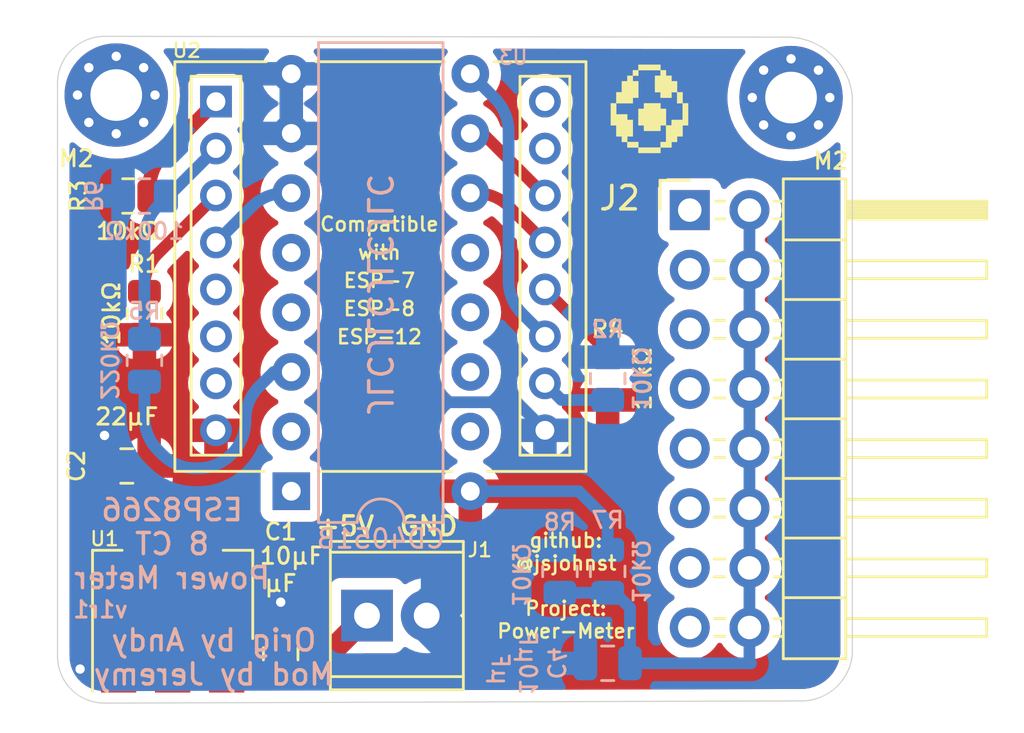
<source format=kicad_pcb>
(kicad_pcb (version 20211014) (generator pcbnew)
  (layers (0 "F.Cu" power) (1 "In1.Cu" signal) (2 "In2.Cu" signal) (31 "B.Cu" power) (34 "B.Paste" user) (35 "F.Paste" user) (36 "B.SilkS" user "B.Silkscreen") (37 "F.SilkS" user "F.Silkscreen") (38 "B.Mask" user) (39 "F.Mask" user) (44 "Edge.Cuts" user))
  (net 0 "")
  (net 1 "GND")
  (net 2 "/+5V")
  (net 3 "+3V3")
  (net 4 "/ADCRAW")
  (net 5 "A0")
  (net 6 "PM1")
  (net 7 "PM2")
  (net 8 "PM3")
  (net 9 "Net-(R1-Pad2)")
  (net 10 "Net-(R2-Pad1)")
  (net 11 "Net-(R3-Pad2)")
  (net 12 "Net-(R4-Pad2)")
  (net 16 "GPIO4")
  (net 17 "GPIO5")
  (net 18 "PM4")
  (net 19 "PM5")
  (net 20 "PM6")
  (net 21 "GPIO16")
  (net 24 "GPIO2")
  (net 25 "PM7")
  (net 26 "PM8")
  (net 27 "Net-(C4-Pad2)")
  (footprint "Capacitor_SMD:C_0805_2012Metric" (layer "F.Cu") (at 139.25 86.3 180)
    (fp_text reference "C2" (at 2.15 0 270) (layer "F.SilkS") (effects (font (size 0.7 0.7) (thickness 0.12))))
    (fp_text value "22µF" (at 0 2.1 180) (layer "F.SilkS") (effects (font (size 0.7 0.7) (thickness 0.12))))
    (fp_line (start -0.261252 -0.735) (end 0.261252 -0.735) (layer "F.SilkS") (width 0.12))
    (fp_line (start -0.261252 0.735) (end 0.261252 0.735) (layer "F.SilkS") (width 0.12))
    (pad "1" smd roundrect (at -0.95 0 180) (size 1 1.45) (layers "F.Cu" "F.Paste" "F.Mask") (net 3 "+3V3"))
    (pad "2" smd roundrect (at 0.95 0 180) (size 1 1.45) (layers "F.Cu" "F.Paste" "F.Mask") (net 1 "GND"))
  )
  (footprint "Resistor_SMD:R_0805_2012Metric" (layer "F.Cu") (at 139.3 74.8)
    (fp_text reference "R3" (at -2.1 0 90) (layer "F.SilkS") (effects (font (size 0.7 0.7) (thickness 0.12))))
    (fp_text value "10kΩ" (at 0 1.5) (layer "F.SilkS") (effects (font (size 0.7 0.7) (thickness 0.12))))
    (fp_line (start -0.227064 -0.735) (end 0.227064 -0.735) (layer "F.SilkS") (width 0.12))
    (fp_line (start -0.227064 0.735) (end 0.227064 0.735) (layer "F.SilkS") (width 0.12))
    (pad "1" smd roundrect (at -0.9125 0) (size 1.025 1.4) (layers "F.Cu" "F.Paste" "F.Mask") (roundrect_rratio 0.243902439) (net 3 "+3V3"))
    (pad "2" smd roundrect (at 0.9125 0) (size 1.025 1.4) (layers "F.Cu" "F.Paste" "F.Mask") (roundrect_rratio 0.243902439) (net 11 "Net-(R3-Pad2)"))
  )
  (footprint "Resistor_SMD:R_0805_2012Metric" (layer "F.Cu") (at 159.718 82.575 90)
    (fp_text reference "R4" (at 2.1 0 180) (layer "F.SilkS") (effects (font (size 0.7 0.7) (thickness 0.12))))
    (fp_text value "10kΩ" (at 0 1.5 90) (layer "F.SilkS") (effects (font (size 0.7 0.7) (thickness 0.12))))
    (fp_line (start -0.227064 -0.735) (end 0.227064 -0.735) (layer "F.SilkS") (width 0.12))
    (fp_line (start -0.227064 0.735) (end 0.227064 0.735) (layer "F.SilkS") (width 0.12))
    (pad "1" smd roundrect (at -0.9125 0 90) (size 1.025 1.4) (layers "F.Cu" "F.Paste" "F.Mask") (roundrect_rratio 0.243902439) (net 3 "+3V3"))
    (pad "2" smd roundrect (at 0.9125 0 90) (size 1.025 1.4) (layers "F.Cu" "F.Paste" "F.Mask") (roundrect_rratio 0.243902439) (net 12 "Net-(R4-Pad2)"))
  )
  (footprint "Resistor_SMD:R_0805_2012Metric" (layer "F.Cu") (at 140 79.8 90)
    (fp_text reference "R1" (at 2.1 0 180) (layer "F.SilkS") (effects (font (size 0.7 0.7) (thickness 0.12))))
    (fp_text value "10kΩ" (at 0 -1.4 90) (layer "F.SilkS") (effects (font (size 0.7 0.7) (thickness 0.12))))
    (fp_line (start -0.227064 0.735) (end 0.227064 0.735) (layer "F.SilkS") (width 0.12))
    (fp_line (start -0.227064 -0.735) (end 0.227064 -0.735) (layer "F.SilkS") (width 0.12))
    (pad "1" smd roundrect (at -0.9125 0 90) (size 1.025 1.4) (layers "F.Cu" "F.Paste" "F.Mask") (roundrect_rratio 0.243902439) (net 3 "+3V3"))
    (pad "2" smd roundrect (at 0.9125 0 90) (size 1.025 1.4) (layers "F.Cu" "F.Paste" "F.Mask") (roundrect_rratio 0.243902439) (net 9 "Net-(R1-Pad2)"))
  )
  (footprint "Package_TO_SOT_SMD:SOT-223-3_TabPin2" (layer "F.Cu") (at 141.2 91.8 90)
    (fp_text reference "U1" (at 2.4 -2.9 180) (layer "F.SilkS") (effects (font (size 0.6 0.6) (thickness 0.1))))
    (fp_text value "AMS1117-3.3")
    (fp_line (start -1.85 3.41) (end 1.91 3.41) (layer "F.SilkS") (width 0.12))
    (fp_line (start 1.91 3.41) (end 1.91 2.15) (layer "F.SilkS") (width 0.12))
    (fp_line (start 1.91 -3.41) (end 1.91 -2.15) (layer "F.SilkS") (width 0.12))
    (fp_line (start -4.1 -3.41) (end 1.91 -3.41) (layer "F.SilkS") (width 0.12))
    (pad "1" smd rect locked (at -3.15 -2.3 90) (size 2 1.5) (layers "F.Cu" "F.Paste" "F.Mask") (net 1 "GND"))
    (pad "2" smd rect locked (at 3.15 0 90) (size 2 3.8) (layers "F.Cu" "F.Paste" "F.Mask") (net 3 "+3V3") (thermal_gap 0.4))
    (pad "2" smd rect locked (at -3.15 0 90) (size 2 1.5) (layers "F.Cu" "F.Paste" "F.Mask") (net 3 "+3V3") (thermal_gap 0.4))
    (pad "3" smd rect locked (at -3.15 2.3 90) (size 2 1.5) (layers "F.Cu" "F.Paste" "F.Mask") (net 2 "/+5V") (thermal_gap 0.5))
  )
  (footprint "Andys-Footprints:TerminalBlock_Phoenix_MPT-0,5-2-2.54_1x02_P2.54mm_Horizontal-removed-extra-holes" (layer "F.Cu") (at 149.474 92.672)
    (fp_text reference "J1" (at 4.8 -2.8) (layer "F.SilkS") (effects (font (size 0.6 0.6) (thickness 0.1))))
    (fp_text value "Screw_Terminal_01x02")
    (fp_line (start -1.56 -2.7) (end 4.1 -2.7) (layer "F.SilkS") (width 0.12))
    (fp_line (start -1.56 2.6) (end 4.1 2.6) (layer "F.SilkS") (width 0.12))
    (fp_line (start -1.56 -3.16) (end 4.1 -3.16) (layer "F.SilkS") (width 0.12))
    (fp_line (start -1.56 -3.16) (end -1.56 3.16) (layer "F.SilkS") (width 0.12))
    (fp_line (start 4.1 -3.16) (end 4.1 3.16) (layer "F.SilkS") (width 0.12))
    (fp_line (start -1.56 3.16) (end 4.1 3.16) (layer "F.SilkS") (width 0.12))
    (pad "1" thru_hole rect locked (at 0 0) (size 2.2 2.2) (drill 1.1) (layers *.Cu *.Mask) (net 2 "/+5V") (thermal_gap 0.5))
    (pad "2" thru_hole circle locked (at 2.54 0) (size 2.2 2.2) (drill 1.1) (layers *.Cu *.Mask) (net 1 "GND") (thermal_gap 0.5))
  )
  (footprint "Capacitor_SMD:C_0805_2012Metric" (layer "F.Cu") (at 145.8 94.3 90)
    (fp_text reference "C1" (at 5.2 0 180) (layer "F.SilkS") (effects (font (size 0.7 0.7) (thickness 0.12))))
    (fp_text value "10µF" (at 4.168 0.456 180) (layer "F.SilkS") (effects (font (size 0.7 0.7) (thickness 0.12))))
    (fp_text user "µF" (at 3 0 unlocked) (layer "F.SilkS") (effects (font (size 0.7 0.7) (thickness 0.12))))
    (fp_line (start -0.261252 -0.735) (end 0.261252 -0.735) (layer "F.SilkS") (width 0.12))
    (fp_line (start -0.261252 0.735) (end 0.261252 0.735) (layer "F.SilkS") (width 0.12))
    (pad "1" smd roundrect (at -0.95 0 90) (size 1 1.45) (layers "F.Cu" "F.Paste" "F.Mask") (net 2 "/+5V"))
    (pad "2" smd roundrect (at 0.95 0 90) (size 1 1.45) (layers "F.Cu" "F.Paste" "F.Mask") (net 1 "GND"))
  )
  (footprint "Andys-Footprints:ESP-12-Socket-Cutout" (layer "F.Cu") (at 141.295 86.53)
    (fp_text reference "U2" (at 0.505 -17.93) (layer "F.SilkS") (effects (font (size 0.6 0.6) (thickness 0.1))))
    (fp_text value "ESP-07")
    (fp_line (start 11.5 -17.45) (end 6 -17.45) (layer "F.SilkS") (width 0.12))
    (fp_line (start 14.69 -16.8295) (end 14.69 -0.69) (layer "F.SilkS") (width 0.12))
    (fp_line (start 2.81 -16.8295) (end 2.81 -0.69) (layer "F.SilkS") (width 0.12))
    (fp_line (start 3.9 -17.45) (end 0 -17.45) (layer "F.SilkS") (width 0.12))
    (fp_line (start 14.69 -0.69) (end 16.81 -0.69) (layer "F.SilkS") (width 0.12))
    (fp_line (start 14.69 -16.8295) (end 16.81 -16.8295) (layer "F.SilkS") (width 0.12))
    (fp_line (start 17.5 0) (end 17.5 -17.45) (layer "F.SilkS") (width 0.12))
    (fp_line (start 0.69 -0.69) (end 2.81 -0.69) (layer "F.SilkS") (width 0.12))
    (fp_line (start 17.5 0) (end 13.3 0) (layer "F.SilkS") (width 0.12))
    (fp_line (start 17.5 -17.45) (end 13.6 -17.45) (layer "F.SilkS") (width 0.12))
    (fp_line (start 3.8 0) (end 0 0) (layer "F.SilkS") (width 0.12))
    (fp_line (start 0 0) (end 0 -17.45) (layer "F.SilkS") (width 0.12))
    (fp_line (start 11.8 0) (end 6.1 0) (layer "F.SilkS") (width 0.12))
    (fp_line (start 16.81 -16.8295) (end 16.81 -0.69) (layer "F.SilkS") (width 0.12))
    (fp_line (start 0.69 -16.8295) (end 2.81 -16.8295) (layer "F.SilkS") (width 0.12))
    (fp_line (start 0.69 -16.8295) (end 0.69 -0.69) (layer "F.SilkS") (width 0.12))
    (pad "1" thru_hole rect (at 1.75 -15.75) (size 1.35 1.35) (drill 0.8) (layers *.Cu *.Mask) (net 11 "Net-(R3-Pad2)"))
    (pad "2" thru_hole oval (at 1.75 -13.75) (size 1.35 1.35) (drill 0.8) (layers *.Cu *.Mask) (net 5 "A0"))
    (pad "3" thru_hole oval (at 1.75 -11.75) (size 1.35 1.35) (drill 0.8) (layers *.Cu *.Mask) (net 9 "Net-(R1-Pad2)"))
    (pad "4" thru_hole oval (at 1.75 -9.75) (size 1.35 1.35) (drill 0.8) (layers *.Cu *.Mask) (net 21 "GPIO16"))
    (pad "5" thru_hole oval (at 1.75 -7.75) (size 1.35 1.35) (drill 0.8) (layers *.Cu *.Mask))
    (pad "6" thru_hole oval (at 1.75 -5.75) (size 1.35 1.35) (drill 0.8) (layers *.Cu *.Mask))
    (pad "7" thru_hole oval (at 1.75 -3.75) (size 1.35 1.35) (drill 0.8) (layers *.Cu *.Mask))
    (pad "8" thru_hole oval (at 1.75 -1.75) (size 1.35 1.35) (drill 0.8) (layers *.Cu *.Mask) (net 3 "+3V3"))
    (pad "15" thru_hole oval (at 15.75 -1.75) (size 1.35 1.35) (drill 0.8) (layers *.Cu *.Mask) (net 1 "GND"))
    (pad "16" thru_hole oval (at 15.75 -3.75) (size 1.35 1.35) (drill 0.8) (layers *.Cu *.Mask) (net 10 "Net-(R2-Pad1)"))
    (pad "17" thru_hole oval (at 15.75 -5.75) (size 1.35 1.35) (drill 0.8) (layers *.Cu *.Mask) (net 24 "GPIO2"))
    (pad "18" thru_hole oval (at 15.75 -7.75) (size 1.35 1.35) (drill 0.8) (layers *.Cu *.Mask) (net 12 "Net-(R4-Pad2)"))
    (pad "19" thru_hole oval (at 15.75 -9.75) (size 1.35 1.35) (drill 0.8) (layers *.Cu *.Mask) (net 16 "GPIO4"))
    (pad "20" thru_hole oval (at 15.75 -11.75) (size 1.35 1.35) (drill 0.8) (layers *.Cu *.Mask) (net 17 "GPIO5"))
    (pad "21" thru_hole oval (at 15.75 -13.75) (size 1.35 1.35) (drill 0.8) (layers *.Cu *.Mask))
    (pad "22" thru_hole circle (at 15.75 -15.75) (size 1.35 1.35) (drill 0.8) (layers *.Cu *.Mask))
  )
  (footprint "Andys-Footprints:Yoshi-Egg-Small" (layer "F.Cu") (at 161.496 71.082)
    (fp_text reference "G***" hide)
    (fp_text value "LOGO" hide)
    (fp_poly (pts (xy -0.4699 -1.40335) (xy -0.70485 -1.40335) (xy -0.70485 -1.6383) (xy -0.4699 -1.6383) (xy -0.4699 -1.40335)) (layer "F.SilkS") (width 0.01) (fill solid))
    (fp_poly (pts (xy -0.70485 -1.1684) (xy -0.4699 -1.1684) (xy -0.4699 -0.46355) (xy -0.70485 -0.46355) (xy -0.70485 -0.2286) (xy -1.4097 -0.2286) (xy -1.4097 -0.6985) (xy -1.17475 -0.6985) (xy -1.17475 -1.1684) (xy -0.9398 -1.1684) (xy -0.9398 -1.40335) (xy -0.70485 -1.40335) (xy -0.70485 -1.1684)) (layer "F.SilkS") (width 0.01) (fill solid))
    (fp_poly (pts (xy -0.4699 1.651) (xy -0.9398 1.651) (xy -0.9398 1.41605) (xy -0.4699 1.41605) (xy -0.4699 1.651)) (layer "F.SilkS") (width 0.01) (fill solid))
    (fp_poly (pts (xy 0.4699 1.88595) (xy -0.4699 1.88595) (xy -0.4699 1.651) (xy 0.4699 1.651) (xy 0.4699 1.88595)) (layer "F.SilkS") (width 0.01) (fill solid))
    (fp_poly (pts (xy 0.4699 0.00635) (xy 0.70485 0.00635) (xy 0.70485 0.7112) (xy 0.4699 0.7112) (xy 0.4699 0.94615) (xy -0.23495 0.94615) (xy -0.23495 0.7112) (xy -0.4699 0.7112) (xy -0.4699 0.00635) (xy -0.23495 0.00635) (xy -0.23495 -0.2286) (xy 0.4699 -0.2286) (xy 0.4699 0.00635)) (layer "F.SilkS") (width 0.01) (fill solid))
    (fp_poly (pts (xy -1.4097 0.2413) (xy -0.9398 0.2413) (xy -0.9398 0.47625) (xy -0.70485 0.47625) (xy -0.70485 1.1811) (xy -0.9398 1.1811) (xy -0.9398 1.41605) (xy -1.17475 1.41605) (xy -1.17475 1.1811) (xy -1.4097 1.1811) (xy -1.4097 0.7112) (xy -1.64465 0.7112) (xy -1.64465 -0.2286) (xy -1.4097 -0.2286) (xy -1.4097 0.2413)) (layer "F.SilkS") (width 0.01) (fill solid))
    (fp_poly (pts (xy 1.64465 0.7112) (xy 1.4097 0.7112) (xy 1.4097 1.1811) (xy 1.17475 1.1811) (xy 1.17475 1.41605) (xy 0.9398 1.41605) (xy 0.9398 1.651) (xy 0.4699 1.651) (xy 0.4699 1.41605) (xy 0.70485 1.41605) (xy 0.70485 0.7112) (xy 0.9398 0.7112) (xy 0.9398 0.47625) (xy 1.4097 0.47625) (xy 1.4097 -0.2286) (xy 1.64465 -0.2286) (xy 1.64465 0.7112)) (layer "F.SilkS") (width 0.01) (fill solid))
    (fp_poly (pts (xy 1.4097 -0.2286) (xy 1.17475 -0.2286) (xy 1.17475 -0.6985) (xy 1.4097 -0.6985) (xy 1.4097 -0.2286)) (layer "F.SilkS") (width 0.01) (fill solid))
    (fp_poly (pts (xy 0.4699 -1.6383) (xy -0.4699 -1.6383) (xy -0.4699 -1.87325) (xy 0.4699 -1.87325) (xy 0.4699 -1.6383)) (layer "F.SilkS") (width 0.01) (fill solid))
    (fp_poly (pts (xy 0.70485 -1.40335) (xy 0.9398 -1.40335) (xy 0.9398 -1.1684) (xy 1.17475 -1.1684) (xy 1.17475 -0.6985) (xy 0.9398 -0.6985) (xy 0.9398 -0.46355) (xy 0.4699 -0.46355) (xy 0.4699 -0.6985) (xy 0.23495 -0.6985) (xy 0.23495 -1.40335) (xy 0.4699 -1.40335) (xy 0.4699 -1.6383) (xy 0.70485 -1.6383) (xy 0.70485 -1.40335)) (layer "F.SilkS") (width 0.01) (fill solid))
  )
  (footprint "MountingHole:MountingHole_2.2mm_M2_Pad_Via" (layer "F.Cu") (at 167.5222 70.607)
    (fp_text reference "H2")
    (fp_text value "M2" (at 1.7 2.7) (layer "F.SilkS") (effects (font (size 0.7 0.7) (thickness 0.12))))
    (pad "1" thru_hole circle (at 1.166726 1.166726) (size 0.7 0.7) (drill 0.4) (layers *.Cu *.Mask))
    (pad "1" thru_hole circle (at 1.65 0) (size 0.7 0.7) (drill 0.4) (layers *.Cu *.Mask))
    (pad "1" thru_hole circle (at 1.166726 -1.166726) (size 0.7 0.7) (drill 0.4) (layers *.Cu *.Mask))
    (pad "1" thru_hole circle (at 0 1.65) (size 0.7 0.7) (drill 0.4) (layers *.Cu *.Mask))
    (pad "1" thru_hole circle (at -1.166726 1.166726) (size 0.7 0.7) (drill 0.4) (layers *.Cu *.Mask))
    (pad "1" thru_hole circle (at 0 -1.65) (size 0.7 0.7) (drill 0.4) (layers *.Cu *.Mask))
    (pad "1" thru_hole circle (at -1.65 0) (size 0.7 0.7) (drill 0.4) (layers *.Cu *.Mask))
    (pad "1" thru_hole circle (at 0 0) (size 4.4 4.4) (drill 2.2) (layers *.Cu *.Mask))
    (pad "1" thru_hole circle (at -1.166726 -1.166726) (size 0.7 0.7) (drill 0.4) (layers *.Cu *.Mask))
  )
  (footprint "Connector_PinHeader_2.54mm:PinHeader_2x08_P2.54mm_Horizontal" (layer "F.Cu") (at 163.212 75.4)
    (fp_text reference "J2" (at -2.986 -0.508) (layer "F.SilkS"))
    (fp_text value "Conn_02x08_Odd_Even")
    (fp_line (start 3.98 -1.33) (end 3.98 19.11) (layer "F.SilkS") (width 0.12))
    (fp_line (start 1.042929 14.86) (end 1.497071 14.86) (layer "F.SilkS") (width 0.12))
    (fp_line (start 6.64 -1.33) (end 3.98 -1.33) (layer "F.SilkS") (width 0.12))
    (fp_line (start 6.64 2.16) (end 12.64 2.16) (layer "F.SilkS") (width 0.12))
    (fp_line (start 3.98 13.97) (end 6.64 13.97) (layer "F.SilkS") (width 0.12))
    (fp_line (start 6.64 17.4) (end 12.64 17.4) (layer "F.SilkS") (width 0.12))
    (fp_line (start 12.64 10.54) (end 6.64 10.54) (layer "F.SilkS") (width 0.12))
    (fp_line (start 1.042929 7.24) (end 1.497071 7.24) (layer "F.SilkS") (width 0.12))
    (fp_line (start 6.64 14.86) (end 12.64 14.86) (layer "F.SilkS") (width 0.12))
    (fp_line (start 3.98 6.35) (end 6.64 6.35) (layer "F.SilkS") (width 0.12))
    (fp_line (start 3.582929 15.62) (end 3.98 15.62) (layer "F.SilkS") (width 0.12))
    (fp_line (start 3.98 11.43) (end 6.64 11.43) (layer "F.SilkS") (width 0.12))
    (fp_line (start 1.042929 2.92) (end 1.497071 2.92) (layer "F.SilkS") (width 0.12))
    (fp_line (start 12.64 18.16) (end 6.64 18.16) (layer "F.SilkS") (width 0.12))
    (fp_line (start 1.042929 13.08) (end 1.497071 13.08) (layer "F.SilkS") (width 0.12))
    (fp_line (start 3.582929 0.38) (end 3.98 0.38) (layer "F.SilkS") (width 0.12))
    (fp_line (start 12.64 -0.38) (end 12.64 0.38) (layer "F.SilkS") (width 0.12))
    (fp_line (start 6.64 0.04) (end 12.64 0.04) (layer "F.SilkS") (width 0.12))
    (fp_line (start 12.64 9.78) (end 12.64 10.54) (layer "F.SilkS") (width 0.12))
    (fp_line (start 3.582929 5.46) (end 3.98 5.46) (layer "F.SilkS") (width 0.12))
    (fp_line (start 3.582929 7.24) (end 3.98 7.24) (layer "F.SilkS") (width 0.12))
    (fp_line (start 1.11 0.38) (end 1.497071 0.38) (layer "F.SilkS") (width 0.12))
    (fp_line (start 1.042929 12.32) (end 1.497071 12.32) (layer "F.SilkS") (width 0.12))
    (fp_line (start -1.27 0) (end -1.27 -1.27) (layer "F.SilkS") (width 0.12))
    (fp_line (start 12.64 7.24) (end 12.64 8) (layer "F.SilkS") (width 0.12))
    (fp_line (start 12.64 2.16) (end 12.64 2.92) (layer "F.SilkS") (width 0.12))
    (fp_line (start 12.64 13.08) (end 6.64 13.08) (layer "F.SilkS") (width 0.12))
    (fp_line (start 6.64 12.32) (end 12.64 12.32) (layer "F.SilkS") (width 0.12))
    (fp_line (start 1.042929 4.7) (end 1.497071 4.7) (layer "F.SilkS") (width 0.12))
    (fp_line (start 3.582929 9.78) (end 3.98 9.78) (layer "F.SilkS") (width 0.12))
    (fp_line (start 6.64 19.11) (end 6.64 -1.33) (layer "F.SilkS") (width 0.12))
    (fp_line (start 3.582929 2.92) (end 3.98 2.92) (layer "F.SilkS") (width 0.12))
    (fp_line (start 12.64 15.62) (end 6.64 15.62) (layer "F.SilkS") (width 0.12))
    (fp_line (start 6.64 7.24) (end 12.64 7.24) (layer "F.SilkS") (width 0.12))
    (fp_line (start 12.64 0.38) (end 6.64 0.38) (layer "F.SilkS") (width 0.12))
    (fp_line (start 1.042929 2.16) (end 1.497071 2.16) (layer "F.SilkS") (width 0.12))
    (fp_line (start 3.582929 8) (end 3.98 8) (layer "F.SilkS") (width 0.12))
    (fp_line (start -1.27 -1.27) (end 0 -1.27) (layer "F.SilkS") (width 0.12))
    (fp_line (start 3.98 16.51) (end 6.64 16.51) (layer "F.SilkS") (width 0.12))
    (fp_line (start 3.582929 17.4) (end 3.98 17.4) (layer "F.SilkS") (width 0.12))
    (fp_line (start 6.64 0.16) (end 12.64 0.16) (layer "F.SilkS") (width 0.12))
    (fp_line (start 3.98 19.11) (end 6.64 19.11) (layer "F.SilkS") (width 0.12))
    (fp_line (start 1.042929 8) (end 1.497071 8) (layer "F.SilkS") (width 0.12))
    (fp_line (start 1.042929 17.4) (end 1.497071 17.4) (layer "F.SilkS") (width 0.12))
    (fp_line (start 3.98 3.81) (end 6.64 3.81) (layer "F.SilkS") (width 0.12))
    (fp_line (start 6.64 4.7) (end 12.64 4.7) (layer "F.SilkS") (width 0.12))
    (fp_line (start 12.64 17.4) (end 12.64 18.16) (layer "F.SilkS") (width 0.12))
    (fp_line (start 3.582929 13.08) (end 3.98 13.08) (layer "F.SilkS") (width 0.12))
    (fp_line (start 3.582929 18.16) (end 3.98 18.16) (layer "F.SilkS") (width 0.12))
    (fp_line (start 1.042929 15.62) (end 1.497071 15.62) (layer "F.SilkS") (width 0.12))
    (fp_line (start 1.042929 5.46) (end 1.497071 5.46) (layer "F.SilkS") (width 0.12))
    (fp_line (start 3.582929 14.86) (end 3.98 14.86) (layer "F.SilkS") (width 0.12))
    (fp_line (start 1.042929 10.54) (end 1.497071 10.54) (layer "F.SilkS") (width 0.12))
    (fp_line (start 6.64 -0.08) (end 12.64 -0.08) (layer "F.SilkS") (width 0.12))
    (fp_line (start 12.64 12.32) (end 12.64 13.08) (layer "F.SilkS") (width 0.12))
    (fp_line (start 3.582929 4.7) (end 3.98 4.7) (layer "F.SilkS") (width 0.12))
    (fp_line (start 12.64 4.7) (end 12.64 5.46) (layer "F.SilkS") (width 0.12))
    (fp_line (start 3.582929 10.54) (end 3.98 10.54) (layer "F.SilkS") (width 0.12))
    (fp_line (start 3.582929 -0.38) (end 3.98 -0.38) (layer "F.SilkS") (width 0.12))
    (fp_line (start 6.64 -0.38) (end 12.64 -0.38) (layer "F.SilkS") (width 0.12))
    (fp_line (start 6.64 0.28) (end 12.64 0.28) (layer "F.SilkS") (width 0.12))
    (fp_line (start 12.64 14.86) (end 12.64 15.62) (layer "F.SilkS") (width 0.12))
    (fp_line (start 3.582929 2.16) (end 3.98 2.16) (layer "F.SilkS") (width 0.12))
    (fp_line (start 12.64 5.46) (end 6.64 5.46) (layer "F.SilkS") (width 0.12))
    (fp_line (start 12.64 2.92) (end 6.64 2.92) (layer "F.SilkS") (width 0.12))
    (fp_line (start 6.64 9.78) (end 12.64 9.78) (layer "F.SilkS") (width 0.12))
    (fp_line (start 12.64 8) (end 6.64 8) (layer "F.SilkS") (width 0.12))
    (fp_line (start 6.64 -0.2) (end 12.64 -0.2) (layer "F.SilkS") (width 0.12))
    (fp_line (start 3.98 1.27) (end 6.64 1.27) (layer "F.SilkS") (width 0.12))
    (fp_line (start 1.042929 18.16) (end 1.497071 18.16) (layer "F.SilkS") (width 0.12))
    (fp_line (start 1.11 -0.38) (end 1.497071 -0.38) (layer "F.SilkS") (width 0.12))
    (fp_line (start 3.582929 12.32) (end 3.98 12.32) (layer "F.SilkS") (width 0.12))
    (fp_line (start 3.98 8.89) (end 6.64 8.89) (layer "F.SilkS") (width 0.12))
    (fp_line (start 1.042929 9.78) (end 1.497071 9.78) (layer "F.SilkS") (width 0.12))
    (fp_line (start 6.64 -0.32) (end 12.64 -0.32) (layer "F.SilkS") (width 0.12))
    (pad "1" thru_hole rect (at 0 0) (size 1.7 1.7) (drill 1) (layers *.Cu *.Mask) (net 6 "PM1"))
    (pad "2" thru_hole oval (at 2.54 0) (size 1.7 1.7) (drill 1) (layers *.Cu *.Mask) (net 27 "Net-(C4-Pad2)"))
    (pad "3" thru_hole oval (at 0 2.54) (size 1.7 1.7) (drill 1) (layers *.Cu *.Mask) (net 7 "PM2"))
    (pad "4" thru_hole oval (at 2.54 2.54) (size 1.7 1.7) (drill 1) (layers *.Cu *.Mask) (net 27 "Net-(C4-Pad2)"))
    (pad "5" thru_hole oval (at 0 5.08) (size 1.7 1.7) (drill 1) (layers *.Cu *.Mask) (net 8 "PM3"))
    (pad "6" thru_hole oval (at 2.54 5.08) (size 1.7 1.7) (drill 1) (layers *.Cu *.Mask) (net 27 "Net-(C4-Pad2)"))
    (pad "7" thru_hole oval (at 0 7.62) (size 1.7 1.7) (drill 1) (layers *.Cu *.Mask) (net 18 "PM4"))
    (pad "8" thru_hole oval (at 2.54 7.62) (size 1.7 1.7) (drill 1) (layers *.Cu *.Mask) (net 27 "Net-(C4-Pad2)"))
    (pad "9" thru_hole oval (at 0 10.16) (size 1.7 1.7) (drill 1) (layers *.Cu *.Mask) (net 20 "PM6"))
    (pad "10" thru_hole oval (at 2.54 10.16) (size 1.7 1.7) (drill 1) (layers *.Cu *.Mask) (net 27 "Net-(C4-Pad2)"))
    (pad "11" thru_hole oval (at 0 12.7) (size 1.7 1.7) (drill 1) (layers *.Cu *.Mask) (net 26 "PM8"))
    (pad "12" thru_hole oval (at 2.54 12.7) (size 1.7 1.7) (drill 1) (layers *.Cu *.Mask) (net 27 "Net-(C4-Pad2)"))
    (pad "13" thru_hole oval (at 0 15.24) (size 1.7 1.7) (drill 1) (layers *.Cu *.Mask) (net 25 "PM7"))
    (pad "14" thru_hole oval (at 2.54 15.24) (size 1.7 1.7) (drill 1) (layers *.Cu *.Mask) (net 27 "Net-(C4-Pad2)"))
    (pad "15" thru_hole oval (at 0 17.78) (size 1.7 1.7) (drill 1) (layers *.Cu *.Mask) (net 19 "PM5"))
    (pad "16" thru_hole oval (at 2.54 17.78) (size 1.7 1.7) (drill 1) (layers *.Cu *.Mask) (net 27 "Net-(C4-Pad2)"))
  )
  (footprint "MountingHole:MountingHole_2.2mm_M2_Pad_Via" (layer "F.Cu") (at 138.8 70.5)
    (fp_text reference "H1")
    (fp_text value "M2" (at -1.7 2.7) (layer "F.SilkS") (effects (font (size 0.7 0.7) (thickness 0.12))))
    (pad "1" thru_hole circle locked (at 1.166726 1.166726) (size 0.7 0.7) (drill 0.4) (layers *.Cu *.Mask))
    (pad "1" thru_hole circle locked (at 1.65 0) (size 0.7 0.7) (drill 0.4) (layers *.Cu *.Mask))
    (pad "1" thru_hole circle locked (at -1.166726 1.166726) (size 0.7 0.7) (drill 0.4) (layers *.Cu *.Mask))
    (pad "1" thru_hole circle locked (at 1.166726 -1.166726) (size 0.7 0.7) (drill 0.4) (layers *.Cu *.Mask))
    (pad "1" thru_hole circle locked (at -1.65 0) (size 0.7 0.7) (drill 0.4) (layers *.Cu *.Mask))
    (pad "1" thru_hole circle locked (at 0 1.65) (size 0.7 0.7) (drill 0.4) (layers *.Cu *.Mask))
    (pad "1" thru_hole circle locked (at -1.166726 -1.166726) (size 0.7 0.7) (drill 0.4) (layers *.Cu *.Mask))
    (pad "1" thru_hole circle locked (at 0 -1.65) (size 0.7 0.7) (drill 0.4) (layers *.Cu *.Mask))
    (pad "1" thru_hole circle locked (at 0 0) (size 4.4 4.4) (drill 2.2) (layers *.Cu *.Mask))
  )
  (footprint "Resistor_SMD:R_0805_2012Metric" (layer "B.Cu") (at 159.718 82.575 90)
    (fp_text reference "R2" (at 2.1 0) (layer "B.SilkS") (effects (font (size 0.7 0.7) (thickness 0.12)) (justify mirror)))
    (fp_text value "10kΩ" (at 0 1.4 270 unlocked) (layer "B.SilkS") (effects (font (size 0.7 0.7) (thickness 0.12)) (justify mirror)))
    (fp_line (start -0.227064 0.735) (end 0.227064 0.735) (layer "B.SilkS") (width 0.12))
    (fp_line (start -0.227064 -0.735) (end 0.227064 -0.735) (layer "B.SilkS") (width 0.12))
    (pad "1" smd roundrect (at -0.9125 0 90) (size 1.025 1.4) (layers "B.Cu" "B.Paste" "B.Mask") (roundrect_rratio 0.243902439) (net 10 "Net-(R2-Pad1)"))
    (pad "2" smd roundrect (at 0.9125 0 90) (size 1.025 1.4) (layers "B.Cu" "B.Paste" "B.Mask") (roundrect_rratio 0.243902439) (net 1 "GND"))
  )
  (footprint "Resistor_SMD:R_0805_2012Metric" (layer "B.Cu") (at 140 81.8 90)
    (fp_text reference "R5" (at 2.1 0) (layer "B.SilkS") (effects (font (size 0.7 0.7) (thickness 0.12)) (justify mirror)))
    (fp_text value "220kΩ" (at 0 -1.5 270 unlocked) (layer "B.SilkS") (effects (font (size 0.7 0.7) (thickness 0.12)) (justify mirror)))
    (fp_line (start -0.227064 0.735) (end 0.227064 0.735) (layer "B.SilkS") (width 0.12))
    (fp_line (start -0.227064 -0.735) (end 0.227064 -0.735) (layer "B.SilkS") (width 0.12))
    (pad "1" smd roundrect (at -0.9125 0 90) (size 1.025 1.4) (layers "B.Cu" "B.Paste" "B.Mask") (roundrect_rratio 0.243902439) (net 4 "/ADCRAW"))
    (pad "2" smd roundrect (at 0.9125 0 90) (size 1.025 1.4) (layers "B.Cu" "B.Paste" "B.Mask") (roundrect_rratio 0.243902439) (net 5 "A0"))
  )
  (footprint "Resistor_SMD:R_0805_2012Metric" (layer "B.Cu") (at 140 74.8 180)
    (fp_text reference "R6" (at 2.2 0 270 unlocked) (layer "B.SilkS") (effects (font (size 0.7 0.7) (thickness 0.12)) (justify mirror)))
    (fp_text value "100kΩ" (at 0 -1.5) (layer "B.SilkS") (effects (font (size 0.7 0.7) (thickness 0.12)) (justify mirror)))
    (fp_line (start -0.227064 0.735) (end 0.227064 0.735) (layer "B.SilkS") (width 0.12))
    (fp_line (start -0.227064 -0.735) (end 0.227064 -0.735) (layer "B.SilkS") (width 0.12))
    (pad "1" smd roundrect (at -0.9125 0 180) (size 1.025 1.4) (layers "B.Cu" "B.Paste" "B.Mask") (roundrect_rratio 0.243902439) (net 5 "A0"))
    (pad "2" smd roundrect (at 0.9125 0 180) (size 1.025 1.4) (layers "B.Cu" "B.Paste" "B.Mask") (roundrect_rratio 0.243902439) (net 1 "GND"))
  )
  (footprint "Resistor_SMD:R_0805_2012Metric" (layer "B.Cu") (at 157.686 90.7905 90)
    (fp_text reference "R8" (at 2.1 0) (layer "B.SilkS") (effects (font (size 0.7 0.7) (thickness 0.12)) (justify mirror)))
    (fp_text value "10kΩ" (at -0.1505 -1.668 270 unlocked) (layer "B.SilkS") (effects (font (size 0.7 0.7) (thickness 0.12)) (justify mirror)))
    (fp_line (start -0.227064 0.735) (end 0.227064 0.735) (layer "B.SilkS") (width 0.12))
    (fp_line (start -0.227064 -0.735) (end 0.227064 -0.735) (layer "B.SilkS") (width 0.12))
    (pad "1" smd roundrect (at -0.9125 0 90) (size 1.025 1.4) (layers "B.Cu" "B.Paste" "B.Mask") (roundrect_rratio 0.243902439) (net 27 "Net-(C4-Pad2)"))
    (pad "2" smd roundrect (at 0.9125 0 90) (size 1.025 1.4) (layers "B.Cu" "B.Paste" "B.Mask") (roundrect_rratio 0.243902439) (net 1 "GND"))
  )
  (footprint "Resistor_SMD:R_0805_2012Metric" (layer "B.Cu") (at 159.718 90.7905 -90)
    (fp_text reference "R7" (at -2.1825 0 180) (layer "B.SilkS") (effects (font (size 0.7 0.7) (thickness 0.12)) (justify mirror)))
    (fp_text value "10kΩ" (at 0 -1.4 -90 unlocked) (layer "B.SilkS") (effects (font (size 0.7 0.7) (thickness 0.12)) (justify mirror)))
    (fp_line (start -0.227064 -0.735) (end 0.227064 -0.735) (layer "B.SilkS") (width 0.12))
    (fp_line (start -0.227064 0.735) (end 0.227064 0.735) (layer "B.SilkS") (width 0.12))
    (pad "1" smd roundrect (at -0.9125 0 270) (size 1.025 1.4) (layers "B.Cu" "B.Paste" "B.Mask") (roundrect_rratio 0.243902439) (net 3 "+3V3"))
    (pad "2" smd roundrect (at 0.9125 0 270) (size 1.025 1.4) (layers "B.Cu" "B.Paste" "B.Mask") (roundrect_rratio 0.243902439) (net 27 "Net-(C4-Pad2)"))
  )
  (footprint "Package_DIP:DIP-16_W7.62mm" (layer "B.Cu") (at 146.25 87.375)
    (fp_text reference "U3" (at 9.45 -18.475) (layer "B.SilkS") (effects (font (size 0.6 0.6) (thickness 0.1)) (justify mirror)))
    (fp_text value "CD4051B" (at 3.81 2.025) (layer "B.SilkS") (effects (font (size 0.8 0.8) (thickness 0.12)) (justify mirror)))
    (fp_line (start 6.46 1.33) (end 4.81 1.33) (layer "B.SilkS") (width 0.12))
    (fp_line (start 6.46 -19.11) (end 6.46 1.33) (layer "B.SilkS") (width 0.12))
    (fp_line (start 1.16 1.33) (end 1.16 -19.11) (layer "B.SilkS") (width 0.12))
    (fp_line (start 1.16 -19.11) (end 6.46 -19.11) (layer "B.SilkS") (width 0.12))
    (fp_line (start 2.81 1.33) (end 1.16 1.33) (layer "B.SilkS") (width 0.12))
    (fp_arc (start 2.81 1.33) (mid 3.81 0.33) (end 4.81 1.33) (layer "B.SilkS") (width 0.12))
    (pad "1" thru_hole rect (at 0 0) (size 1.6 1.6) (drill 0.8) (layers *.Cu *.Mask) (net 19 "PM5"))
    (pad "2" thru_hole oval (at 0 -2.54) (size 1.6 1.6) (drill 0.8) (layers *.Cu *.Mask) (net 25 "PM7"))
    (pad "3" thru_hole oval (at 0 -5.08) (size 1.6 1.6) (drill 0.8) (layers *.Cu *.Mask) (net 4 "/ADCRAW"))
    (pad "4" thru_hole oval (at 0 -7.62) (size 1.6 1.6) (drill 0.8) (layers *.Cu *.Mask) (net 26 "PM8"))
    (pad "5" thru_hole oval (at 0 -10.16) (size 1.6 1.6) (drill 0.8) (layers *.Cu *.Mask) (net 20 "PM6"))
    (pad "6" thru_hole oval (at 0 -12.7) (size 1.6 1.6) (drill 0.8) (layers *.Cu *.Mask) (net 21 "GPIO16"))
    (pad "7" thru_hole oval (at 0 -15.24) (size 1.6 1.6) (drill 0.8) (layers *.Cu *.Mask) (net 1 "GND"))
    (pad "8" thru_hole oval (at 0 -17.78) (size 1.6 1.6) (drill 0.8) (layers *.Cu *.Mask) (net 1 "GND"))
    (pad "9" thru_hole oval (at 7.62 -17.78) (size 1.6 1.6) (drill 0.8) (layers *.Cu *.Mask) (net 24 "GPIO2"))
    (pad "10" thru_hole oval (at 7.62 -15.24) (size 1.6 1.6) (drill 0.8) (layers *.Cu *.Mask) (net 17 "GPIO5"))
    (pad "11" thru_hole oval (at 7.62 -12.7) (size 1.6 1.6) (drill 0.8) (layers *.Cu *.Mask) (net 16 "GPIO4"))
    (pad "12" thru_hole oval (at 7.62 -10.16) (size 1.6 1.6) (drill 0.8) (layers *.Cu *.Mask) (net 18 "PM4"))
    (pad "13" thru_hole oval (at 7.62 -7.62) (size 1.6 1.6) (drill 0.8) (layers *.Cu *.Mask) (net 6 "PM1"))
    (pad "14" thru_hole oval (at 7.62 -5.08) (size 1.6 1.6) (drill 0.8) (layers *.Cu *.Mask) (net 7 "PM2"))
    (pad "15" thru_hole oval (at 7.62 -2.54) (size 1.6 1.6) (drill 0.8) (layers *.Cu *.Mask) (net 8 "PM3"))
    (pad "16" thru_hole oval (at 7.62 0) (size 1.6 1.6) (drill 0.8) (layers *.Cu *.Mask) (net 3 "+3V3"))
  )
  (footprint "Capacitor_SMD:C_0805_2012Metric" (layer "B.Cu") (at 159.718 94.704)
    (fp_text reference "C4" (at -2.2 0 270 unlocked) (layer "B.SilkS") (effects (font (size 0.7 0.7) (thickness 0.12)) (justify mirror)))
    (fp_text value "10µF" (at -3.4 0 270 unlocked) (layer "B.SilkS") (effects (font (size 0.7 0.7) (thickness 0.12)) (justify mirror)))
    (fp_text user "µF" (at -4.572 0.254 270 unlocked) (layer "B.SilkS") (effects (font (size 0.7 0.7) (thickness 0.12)) (justify mirror)))
    (fp_line (start -0.261252 0.735) (end 0.261252 0.735) (layer "B.SilkS") (width 0.12))
    (fp_line (start -0.261252 -0.735) (end 0.261252 -0.735) (layer "B.SilkS") (width 0.12))
    (pad "1" smd roundrect (at -0.95 0) (size 1 1.45) (layers "B.Cu" "B.Paste" "B.Mask") (net 1 "GND"))
    (pad "2" smd roundrect (at 0.95 0) (size 1 1.45) (layers "B.Cu" "B.Paste" "B.Mask") (net 27 "Net-(C4-Pad2)"))
  )
  (gr_line (start 136.3 94.4) (end 136.3 70) (layer "Edge.Cuts") (width 0.05))
  (gr_line (start 138.3 68) (end 167.338 68.034) (layer "Edge.Cuts") (width 0.05))
  (gr_arc (start 170.132 94.305786) (mid 169.39288 95.76742) (end 167.846 96.305786) (layer "Edge.Cuts") (width 0.05))
  (gr_arc (start 167.338 68.034) (mid 169.227061 68.762733) (end 170.132 70.574) (layer "Edge.Cuts") (width 0.05))
  (gr_arc (start 136.3 70) (mid 136.885786 68.585786) (end 138.3 68) (layer "Edge.Cuts") (width 0.05))
  (gr_arc (start 138.3 96.4) (mid 136.885786 95.814214) (end 136.3 94.4) (layer "Edge.Cuts") (width 0.05))
  (gr_line (start 167.846 96.305786) (end 138.3 96.4) (layer "Edge.Cuts") (width 0.05))
  (gr_line (start 170.132 94.305786) (end 170.132 70.574) (layer "Edge.Cuts") (width 0.05))
  (gr_text "JLCJLCJLCJLC" (at 150 79 -90) (layer "B.SilkS") (effects (font (size 1 1)) (justify mirror)))
  (gr_text "Orig by Andy\nMod by Jeremy" (at 142.954 94.45) (layer "B.SilkS") (effects (font (size 0.9 0.9)) (justify mirror)))
  (gr_text "v1r1" (at 138.128 92.418) (layer "B.SilkS") (effects (font (size 0.7 0.7) (thickness 0.13)) (justify mirror)))
  (gr_text "ESP8266\n8 CT\nPower Meter" (at 141.176 89.624) (layer "B.SilkS") (effects (font (size 0.9 0.9)) (justify mirror)))
  (gr_text "GND" (at 152.098 88.862) (layer "F.SilkS") (effects (font (size 0.8 0.8))))
  (gr_text "+5V" (at 148.542 88.862) (layer "F.SilkS") (effects (font (size 0.8 0.8))))
  (gr_text "ESP-8" (at 150 79.6) (layer "F.SilkS") (effects (font (size 0.6 0.6) (thickness 0.11))))
  (gr_text "with" (at 150 77.2) (layer "F.SilkS") (effects (font (size 0.6 0.6) (thickness 0.11))))
  (gr_text "ESP-7" (at 150 78.4) (layer "F.SilkS") (effects (font (size 0.6 0.6) (thickness 0.11))))
  (gr_text "github:\n@jsjohnst\n\nProject:\nPower-Meter" (at 157.94 91.402) (layer "F.SilkS") (effects (font (size 0.6 0.6) (thickness 0.11))))
  (gr_text "ESP-12" (at 150 80.8) (layer "F.SilkS") (effects (font (size 0.6 0.6) (thickness 0.11))))
  (gr_text "Compatible" (at 150 76) (layer "F.SilkS") (effects (font (size 0.6 0.6) (thickness 0.11))))
  (segment (start 138.9 94.95) (end 137.26 94.95) (width 0.6) (layer "F.Cu") (net 1))
  (segment (start 138.3 85) (end 138.3 86.3) (width 0.6) (layer "F.Cu") (net 1))
  (segment (start 145.8 92.1) (end 145.8 93.2625) (width 0.6) (layer "F.Cu") (net 1))
  (via (at 137.26 94.95) (size 0.6) (drill 0.4) (layers "F.Cu" "B.Cu") (net 1))
  (via (at 145.8 92.1) (size 0.6) (drill 0.4) (layers "F.Cu" "B.Cu") (net 1))
  (via (at 138.3 85) (size 0.6) (drill 0.4) (layers "F.Cu" "B.Cu") (net 1))
  (segment (start 152.014 83.612) (end 152.014 93.18) (width 0.5) (layer "B.Cu") (net 1))
  (segment (start 146.25 69.595) (end 146.25 72.135) (width 0.5) (layer "B.Cu") (net 1))
  (segment (start 155.85 83.585) (end 152.041 83.585) (width 0.5) (layer "B.Cu") (net 1))
  (segment (start 157.045 84.78) (end 155.85 83.585) (width 0.5) (layer "B.Cu") (net 1))
  (segment (start 137.268 94.958) (end 137.26 94.95) (width 0.5) (layer "B.Cu") (net 1))
  (segment (start 152.041 83.585) (end 152.014 83.612) (width 0.5) (layer "B.Cu") (net 1))
  (segment (start 143.5 94.95) (end 145.5 94.95) (width 1) (layer "F.Cu") (net 2))
  (segment (start 145.5 94.95) (end 145.8 95.25) (width 1) (layer "F.Cu") (net 2))
  (segment (start 145.8 95.25) (end 146.896 95.25) (width 1) (layer "F.Cu") (net 2))
  (segment (start 146.896 95.25) (end 149.474 92.672) (width 1) (layer "F.Cu") (net 2))
  (segment (start 159.718 88.608) (end 159.718 89.878) (width 0.5) (layer "B.Cu") (net 3))
  (segment (start 158.485 87.375) (end 159.718 88.608) (width 0.5) (layer "B.Cu") (net 3))
  (segment (start 153.87 87.375) (end 158.485 87.375) (width 0.5) (layer "B.Cu") (net 3))
  (segment (start 140 84.221573) (end 140 82.8) (width 0.5) (layer "B.Cu") (net 4))
  (segment (start 143.714213 85.785787) (end 143.685786 85.814214) (width 0.5) (layer "B.Cu") (net 4))
  (segment (start 140.764213 85.814213) (end 140.585786 85.635786) (width 0.5) (layer "B.Cu") (net 4))
  (segment (start 142.271573 86.4) (end 142.178427 86.4) (width 0.5) (layer "B.Cu") (net 4))
  (segment (start 144.3 84.328427) (end 144.3 84.371573) (width 0.5) (layer "B.Cu") (net 4))
  (segment (start 146.25 82.295) (end 145.505 82.295) (width 0.5) (layer "B.Cu") (net 4))
  (segment (start 145.505 82.295) (end 144.885786 82.914214) (width 0.5) (layer "B.Cu") (net 4))
  (arc (start 142.178427 86.4) (mid 141.41306 86.247759) (end 140.764213 85.814213) (width 0.5) (layer "B.Cu") (net 4))
  (arc (start 144.3 84.371573) (mid 144.147759 85.13694) (end 143.714213 85.785787) (width 0.5) (layer "B.Cu") (net 4))
  (arc (start 140 84.221573) (mid 140.152241 84.98694) (end 140.585786 85.635786) (width 0.5) (layer "B.Cu") (net 4))
  (arc (start 144.885786 82.914214) (mid 144.452241 83.56306) (end 144.3 84.328427) (width 0.5) (layer "B.Cu") (net 4))
  (arc (start 143.685786 85.814214) (mid 143.03694 86.247759) (end 142.271573 86.4) (width 0.5) (layer "B.Cu") (net 4))
  (segment (start 140 76.628427) (end 140 80.8) (width 0.5) (layer "B.Cu") (net 5))
  (segment (start 141.025 74.8) (end 143.045 72.78) (width 0.5) (layer "B.Cu") (net 5))
  (segment (start 141 74.8) (end 140.585786 75.214214) (width 0.5) (layer "B.Cu") (net 5))
  (arc (start 140 76.628427) (mid 140.152241 75.86306) (end 140.585786 75.214214) (width 0.5) (layer "B.Cu") (net 5))
  (segment (start 143.045 74.78) (end 140.585786 77.239214) (width 0.5) (layer "F.Cu") (net 9))
  (arc (start 140 78.653427) (mid 140.152241 77.88806) (end 140.585786 77.239214) (width 0.5) (layer "F.Cu") (net 9))
  (segment (start 157.7525 83.4875) (end 157.045 82.78) (width 0.5) (layer "B.Cu") (net 10))
  (segment (start 159.718 83.4875) (end 157.7525 83.4875) (width 0.5) (layer "B.Cu") (net 10))
  (segment (start 143.045 70.78) (end 140.798286 73.026714) (width 0.6) (layer "F.Cu") (net 11))
  (arc (start 140.2125 74.440927) (mid 140.364741 73.67556) (end 140.798286 73.026714) (width 0.6) (layer "F.Cu") (net 11))
  (segment (start 159.507 81.242) (end 157.045 78.78) (width 0.5) (layer "F.Cu") (net 12))
  (segment (start 155.525787 75.260787) (end 157.045 76.78) (width 0.5) (layer "F.Cu") (net 16))
  (arc (start 155.525787 75.260787) (mid 154.87694 74.827241) (end 154.111573 74.675) (width 0.5) (layer "F.Cu") (net 16))
  (segment (start 154.4 72.135) (end 157.045 74.78) (width 0.5) (layer "F.Cu") (net 17))
  (segment (start 144.564213 75.260787) (end 143.045 76.78) (width 0.5) (layer "B.Cu") (net 21))
  (arc (start 145.978427 74.675) (mid 145.21306 74.827241) (end 144.564213 75.260787) (width 0.5) (layer "B.Cu") (net 21))
  (segment (start 153.87 69.595) (end 154.914214 70.639214) (width 0.5) (layer "B.Cu") (net 24))
  (segment (start 156.085787 79.820787) (end 157.045 80.78) (width 0.5) (layer "B.Cu") (net 24))
  (segment (start 155.5 72.053427) (end 155.5 78.406573) (width 0.5) (layer "B.Cu") (net 24))
  (arc (start 155.5 78.406573) (mid 155.652241 79.17194) (end 156.085787 79.820787) (width 0.5) (layer "B.Cu") (net 24))
  (arc (start 155.5 72.053427) (mid 155.347759 71.28806) (end 154.914214 70.639214) (width 0.5) (layer "B.Cu") (net 24))
  (segment (start 160.029 91.703) (end 160.668 92.342) (width 0.5) (layer "B.Cu") (net 27))
  (segment (start 165.814 94.704) (end 165.752 94.642) (width 0.5) (layer "B.Cu") (net 27))
  (segment (start 157.686 91.703) (end 159.718 91.703) (width 0.5) (layer "B.Cu") (net 27))
  (segment (start 160.668 94.704) (end 160.668 92.342) (width 0.5) (layer "B.Cu") (net 27))
  (segment (start 165.752 75.4) (end 165.752 93.18) (width 0.5) (layer "B.Cu") (net 27))
  (segment (start 160.668 94.704) (end 165.814 94.704) (width 0.5) (layer "B.Cu") (net 27))
  (segment (start 165.752 94.642) (end 165.752 93.18) (width 0.5) (layer "B.Cu") (net 27))
  (zone (net 3) (net_name "+3V3") (layer "F.Cu") (connect_pads (clearance 0.508)) (min_thickness 0.254) (fill yes (thermal_gap 0.508) (thermal_bridge_width 0.508) (smoothing fillet) (radius 2))
    (polygon (pts (xy 146 91.692932) (xy 146 93.592932) (xy 139.7 94.742932) (xy 137.3 94.742932) (xy 137.3 90.542932) (xy 139.7 90.542932)))
  )
  (zone (net 3) (net_name "+3V3") (layer "F.Cu") (connect_pads (clearance 0.508)) (min_thickness 0.254) (fill yes (thermal_gap 0.508) (thermal_bridge_width 1))
    (polygon (pts (xy 170.15 96.4) (xy 136.3 96.4) (xy 136.3 68) (xy 170.15 68)))
  )
  (zone (net 1) (net_name "GND") (layer "B.Cu") (connect_pads (clearance 0.508)) (min_thickness 0.254) (fill yes (thermal_gap 0.508) (thermal_bridge_width 1))
    (polygon (pts (xy 170.15 96.4) (xy 136.3 96.4) (xy 136.3 68) (xy 170.15 68)))
  )
)
</source>
